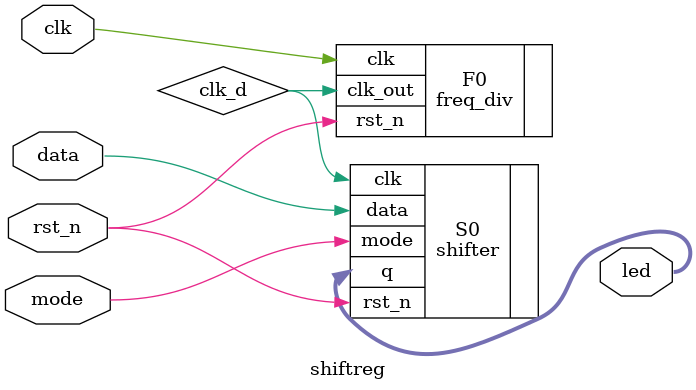
<source format=v>
`timescale 1ns / 1ps
`define BIT_WIDTH 8
module shiftreg(
	led, //LED output
	mode, //multiplexer
	data, //data input
	clk, //global clock
	rst_n //active low reset
    );
	 
output [`BIT_WIDTH-1:0] led; //LED output
input mode, data, clk, rst_n; //global clock & active low reset

wire clk_d; //divided clock

freq_div F0(.clk_out(clk_d),.clk(clk),.rst_n(rst_n));
shifter S0(.q(led),.mode(mode),.data(data),.clk(clk_d),.rst_n(rst_n));

endmodule

</source>
